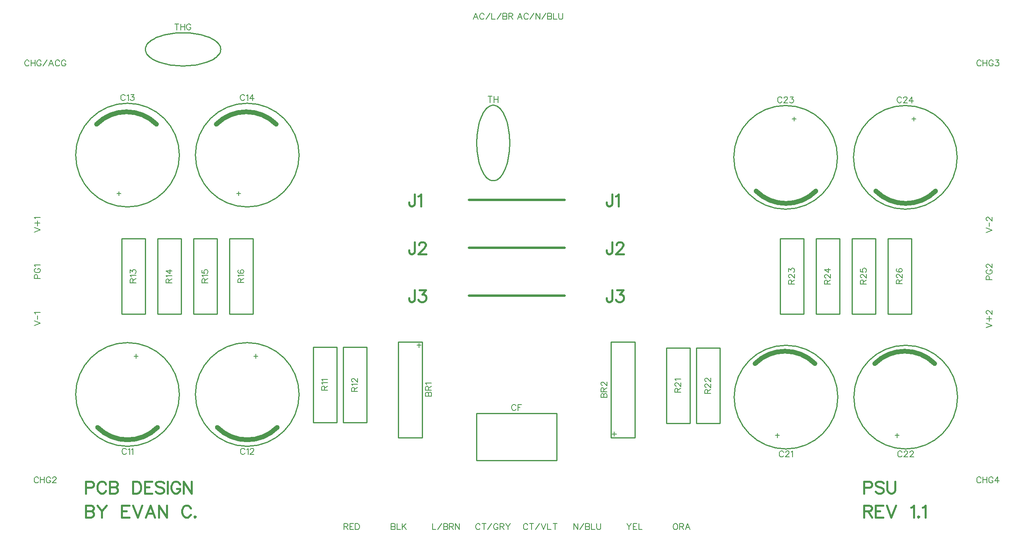
<source format=gbr>
G04 DipTrace 3.3.1.3*
G04 TopSilk.gbr*
%MOMM*%
G04 #@! TF.FileFunction,Legend,Top*
G04 #@! TF.Part,Single*
%ADD10C,0.25*%
%ADD17C,0.5*%
%ADD18C,1.0*%
%ADD40C,0.19608*%
%ADD41C,0.39216*%
%ADD42C,0.15686*%
%FSLAX35Y35*%
G04*
G71*
G90*
G75*
G01*
G04 TopSilk*
%LPD*%
X9414000Y3135500D2*
D10*
X9922005D1*
Y5167500D1*
X9414000D1*
Y3135500D1*
X14430000Y5167500D2*
X13921995D1*
Y3135500D1*
X14430000D1*
Y5167500D1*
X2567000Y4048767D2*
G02X2567000Y4048767I1100000J0D01*
G01*
X5107000D2*
G02X5107000Y4048767I1100000J0D01*
G01*
X2567000Y9128767D2*
G02X2567000Y9128767I1100000J0D01*
G01*
X5107000D2*
G02X5107000Y9128767I1100000J0D01*
G01*
X16537000Y3992500D2*
G02X16537000Y3992500I1100000J0D01*
G01*
X19077000D2*
G02X19077000Y3992500I1100000J0D01*
G01*
X16529000Y9080500D2*
G02X16529000Y9080500I1100000J0D01*
G01*
X19069000D2*
G02X19069000Y9080500I1100000J0D01*
G01*
X11072000Y3651500D2*
X12772000D1*
Y2651500D1*
X11072000D1*
Y3651500D1*
X7608000Y3454490D2*
X8108000D1*
Y5054510D1*
X7608000D1*
Y3454490D1*
X8243000D2*
X8743000D1*
Y5054510D1*
X8243000D1*
Y3454490D1*
X4044000Y7360510D2*
X3544000D1*
Y5760490D1*
X4044000D1*
Y7360510D1*
X4806000D2*
X4306000D1*
Y5760490D1*
X4806000D1*
Y7360510D1*
X5568000D2*
X5068000D1*
Y5760490D1*
X5568000D1*
Y7360510D1*
X6330000D2*
X5830000D1*
Y5760490D1*
X6330000D1*
Y7360510D1*
X15601000Y5034510D2*
X15101000D1*
Y3434490D1*
X15601000D1*
Y5034510D1*
X16236000D2*
X15736000D1*
Y3434490D1*
X16236000D1*
Y5034510D1*
X18014000Y7360510D2*
X17514000D1*
Y5760490D1*
X18014000D1*
Y7360510D1*
X18776000D2*
X18276000D1*
Y5760490D1*
X18776000D1*
Y7360510D1*
X19538000D2*
X19038000D1*
Y5760490D1*
X19538000D1*
Y7360510D1*
X20300000D2*
X19800000D1*
Y5760490D1*
X20300000D1*
Y7360510D1*
X11072000Y9389500D2*
X11072853Y9445305D1*
X11075406Y9500838D1*
X11079648Y9555829D1*
X11085558Y9610010D1*
X11093108Y9663116D1*
X11102259Y9714889D1*
X11112968Y9765077D1*
X11125183Y9813435D1*
X11138844Y9859728D1*
X11153884Y9903730D1*
X11170231Y9945227D1*
X11187804Y9984016D1*
X11206518Y10019909D1*
X11226282Y10052730D1*
X11247000Y10082320D1*
X11268570Y10108535D1*
X11290888Y10131247D1*
X11313844Y10150345D1*
X11337327Y10165737D1*
X11361223Y10177346D1*
X11385415Y10185118D1*
X11409785Y10189013D1*
X11434215D1*
X11458585Y10185118D1*
X11482777Y10177346D1*
X11506673Y10165737D1*
X11530156Y10150345D1*
X11553112Y10131247D1*
X11575430Y10108535D1*
X11597000Y10082320D1*
X11617718Y10052730D1*
X11637482Y10019909D1*
X11656196Y9984016D1*
X11673769Y9945227D1*
X11690116Y9903730D1*
X11705156Y9859728D1*
X11718817Y9813435D1*
X11731032Y9765077D1*
X11741741Y9714889D1*
X11750892Y9663116D1*
X11758442Y9610010D1*
X11764352Y9555829D1*
X11768594Y9500838D1*
X11771147Y9445305D1*
X11772000Y9389500D1*
X11771147Y9333695D1*
X11768594Y9278162D1*
X11764352Y9223171D1*
X11758442Y9168990D1*
X11750892Y9115884D1*
X11741741Y9064111D1*
X11731032Y9013923D1*
X11718817Y8965565D1*
X11705156Y8919272D1*
X11690116Y8875270D1*
X11673769Y8833773D1*
X11656196Y8794984D1*
X11637482Y8759091D1*
X11617718Y8726270D1*
X11597000Y8696680D1*
X11575430Y8670465D1*
X11553112Y8647753D1*
X11530156Y8628655D1*
X11506673Y8613263D1*
X11482777Y8601654D1*
X11458585Y8593882D1*
X11434215Y8589987D1*
X11409785D1*
X11385415Y8593882D1*
X11361223Y8601654D1*
X11337327Y8613263D1*
X11313844Y8628655D1*
X11290888Y8647753D1*
X11268570Y8670465D1*
X11247000Y8696680D1*
X11226282Y8726270D1*
X11206518Y8759091D1*
X11187804Y8794984D1*
X11170231Y8833773D1*
X11153884Y8875270D1*
X11138844Y8919272D1*
X11125183Y8965565D1*
X11112968Y9013923D1*
X11102259Y9064111D1*
X11093108Y9115884D1*
X11085558Y9168990D1*
X11079648Y9223171D1*
X11075406Y9278162D1*
X11072853Y9333695D1*
X11072000Y9389500D1*
X4040000Y11376500D2*
X4041949Y11400915D1*
X4047786Y11425211D1*
X4057482Y11449269D1*
X4070991Y11472973D1*
X4088246Y11496207D1*
X4109164Y11518858D1*
X4133642Y11540815D1*
X4161562Y11561972D1*
X4192786Y11582225D1*
X4227164Y11601476D1*
X4264528Y11619630D1*
X4304696Y11636601D1*
X4347471Y11652304D1*
X4392646Y11666663D1*
X4440000Y11679609D1*
X4489303Y11691078D1*
X4540315Y11701014D1*
X4592786Y11709370D1*
X4646462Y11716104D1*
X4701081Y11721183D1*
X4756377Y11724583D1*
X4812080Y11726287D1*
X4867920D1*
X4923623Y11724583D1*
X4978919Y11721183D1*
X5033538Y11716104D1*
X5087214Y11709370D1*
X5139685Y11701014D1*
X5190697Y11691078D1*
X5240000Y11679609D1*
X5287354Y11666663D1*
X5332529Y11652304D1*
X5375304Y11636601D1*
X5415472Y11619630D1*
X5452836Y11601476D1*
X5487214Y11582225D1*
X5518438Y11561972D1*
X5546358Y11540815D1*
X5570836Y11518858D1*
X5591754Y11496207D1*
X5609009Y11472973D1*
X5622518Y11449269D1*
X5632214Y11425211D1*
X5638051Y11400915D1*
X5640000Y11376500D1*
X5638051Y11352085D1*
X5632214Y11327789D1*
X5622518Y11303731D1*
X5609009Y11280027D1*
X5591754Y11256793D1*
X5570836Y11234142D1*
X5546358Y11212185D1*
X5518438Y11191028D1*
X5487214Y11170775D1*
X5452836Y11151524D1*
X5415472Y11133370D1*
X5375304Y11116399D1*
X5332529Y11100696D1*
X5287354Y11086337D1*
X5240000Y11073391D1*
X5190697Y11061922D1*
X5139685Y11051986D1*
X5087214Y11043630D1*
X5033538Y11036896D1*
X4978919Y11031817D1*
X4923623Y11028417D1*
X4867920Y11026713D1*
X4812080D1*
X4756377Y11028417D1*
X4701081Y11031817D1*
X4646462Y11036896D1*
X4592786Y11043630D1*
X4540315Y11051986D1*
X4489303Y11061922D1*
X4440000Y11073391D1*
X4392646Y11086337D1*
X4347471Y11100696D1*
X4304696Y11116399D1*
X4264528Y11133370D1*
X4227164Y11151524D1*
X4192786Y11170775D1*
X4161562Y11191028D1*
X4133642Y11212185D1*
X4109164Y11234142D1*
X4088246Y11256793D1*
X4070991Y11280027D1*
X4057482Y11303731D1*
X4047786Y11327789D1*
X4041949Y11352085D1*
X4040000Y11376500D1*
X10906000Y8175500D2*
D17*
X12938000D1*
X10906000Y6143500D2*
X12938000D1*
X10906000Y7159500D2*
X12938000D1*
X5572000Y3349500D2*
D18*
G03X6842000Y3349500I635000J635000D01*
G01*
X3032000D2*
G03X4302000Y3349500I635000J635000D01*
G01*
X17002000Y8366000D2*
G03X18272000Y8366000I635000J635000D01*
G01*
X19542000D2*
G03X20812000Y8366000I635000J635000D01*
G01*
X18250833Y4704167D2*
G03X16980833Y4704167I-635000J-635000D01*
G01*
X20790833D2*
G03X19520833Y4704167I-635000J-635000D01*
G01*
X4280833Y9784167D2*
G03X3010833Y9784167I-635000J-635000D01*
G01*
X6820833D2*
G03X5550833Y9784167I-635000J-635000D01*
G01*
X11100865Y12009877D2*
D40*
X11052152Y12137487D1*
X11003579Y12009877D1*
X11021829Y12052414D2*
X11082615D1*
X11231191Y12107164D2*
X11225154Y12119237D1*
X11212941Y12131450D1*
X11200868Y12137487D1*
X11176581D1*
X11164368Y12131450D1*
X11152295Y12119237D1*
X11146118Y12107164D1*
X11140081Y12088914D1*
Y12058450D1*
X11146118Y12040340D1*
X11152295Y12028127D1*
X11164368Y12016054D1*
X11176581Y12009877D1*
X11200868D1*
X11212941Y12016054D1*
X11225154Y12028127D1*
X11231191Y12040340D1*
X11270406Y12009877D2*
X11355480Y12137346D1*
X11394695Y12137487D2*
Y12009877D1*
X11467555D1*
X11506770D2*
X11591844Y12137346D1*
X11631059Y12137487D2*
Y12009877D1*
X11685809D1*
X11704059Y12016054D1*
X11710096Y12022090D1*
X11716132Y12034164D1*
Y12052414D1*
X11710096Y12064627D1*
X11704059Y12070664D1*
X11685809Y12076700D1*
X11704059Y12082877D1*
X11710096Y12088914D1*
X11716132Y12100987D1*
Y12113200D1*
X11710096Y12125273D1*
X11704059Y12131450D1*
X11685809Y12137487D1*
X11631059D1*
Y12076700D2*
X11685809D1*
X11755348D2*
X11809958D1*
X11828208Y12082877D1*
X11834385Y12088914D1*
X11840421Y12100987D1*
Y12113200D1*
X11834385Y12125273D1*
X11828208Y12131450D1*
X11809958Y12137487D1*
X11755348D1*
Y12009877D1*
X11797885Y12076700D2*
X11840421Y12009877D1*
X12038721D2*
X11990008Y12137487D1*
X11941435Y12009877D1*
X11959685Y12052414D2*
X12020471D1*
X12169046Y12107164D2*
X12163010Y12119237D1*
X12150796Y12131450D1*
X12138723Y12137487D1*
X12114437D1*
X12102223Y12131450D1*
X12090150Y12119237D1*
X12083973Y12107164D1*
X12077937Y12088914D1*
Y12058450D1*
X12083973Y12040340D1*
X12090150Y12028127D1*
X12102223Y12016054D1*
X12114437Y12009877D1*
X12138723D1*
X12150796Y12016054D1*
X12163010Y12028127D1*
X12169046Y12040340D1*
X12208262Y12009877D2*
X12293335Y12137346D1*
X12417624Y12137487D2*
Y12009877D1*
X12332551Y12137487D1*
Y12009877D1*
X12456840D2*
X12541913Y12137346D1*
X12581128Y12137487D2*
Y12009877D1*
X12635878D1*
X12654128Y12016054D1*
X12660165Y12022090D1*
X12666201Y12034164D1*
Y12052414D1*
X12660165Y12064627D1*
X12654128Y12070664D1*
X12635878Y12076700D1*
X12654128Y12082877D1*
X12660165Y12088914D1*
X12666201Y12100987D1*
Y12113200D1*
X12660165Y12125273D1*
X12654128Y12131450D1*
X12635878Y12137487D1*
X12581128D1*
Y12076700D2*
X12635878D1*
X12705417Y12137487D2*
Y12009877D1*
X12778277D1*
X12817492Y12137487D2*
Y12046377D1*
X12823529Y12028127D1*
X12835742Y12016054D1*
X12853992Y12009877D1*
X12866065D1*
X12884315Y12016054D1*
X12896529Y12028127D1*
X12902565Y12046377D1*
Y12137487D1*
X9261281Y1308425D2*
Y1180815D1*
X9316031D1*
X9334281Y1186992D1*
X9340318Y1193029D1*
X9346355Y1205102D1*
Y1223352D1*
X9340318Y1235565D1*
X9334281Y1241602D1*
X9316031Y1247638D1*
X9334281Y1253815D1*
X9340318Y1259852D1*
X9346355Y1271925D1*
Y1284138D1*
X9340318Y1296211D1*
X9334281Y1302388D1*
X9316031Y1308425D1*
X9261281D1*
Y1247638D2*
X9316031D1*
X9385570Y1308425D2*
Y1180815D1*
X9458430D1*
X9497645Y1308425D2*
Y1180815D1*
X9582719Y1308425D2*
X9497645Y1223352D1*
X9527969Y1253815D2*
X9582719Y1180815D1*
X9989575Y4011980D2*
X10117185D1*
Y4066730D1*
X10111008Y4084980D1*
X10104971Y4091016D1*
X10092898Y4097053D1*
X10074648D1*
X10062435Y4091016D1*
X10056398Y4084980D1*
X10050362Y4066730D1*
X10044185Y4084980D1*
X10038148Y4091016D1*
X10026075Y4097053D1*
X10013862D1*
X10001789Y4091016D1*
X9995612Y4084980D1*
X9989575Y4066730D1*
Y4011980D1*
X10050362D2*
Y4066730D1*
Y4136268D2*
Y4190878D1*
X10044185Y4209128D1*
X10038148Y4215305D1*
X10026075Y4221341D1*
X10013862D1*
X10001789Y4215305D1*
X9995612Y4209128D1*
X9989575Y4190878D1*
Y4136268D1*
X10117185D1*
X10050362Y4178805D2*
X10117185Y4221341D1*
X10014002Y4260557D2*
X10007825Y4272771D1*
X9989716Y4291021D1*
X10117185D1*
X13711513Y3984675D2*
X13839123D1*
Y4039425D1*
X13832946Y4057675D1*
X13826910Y4063711D1*
X13814837Y4069748D1*
X13796587D1*
X13784373Y4063711D1*
X13778337Y4057675D1*
X13772300Y4039425D1*
X13766123Y4057675D1*
X13760087Y4063711D1*
X13748014Y4069748D1*
X13735800D1*
X13723727Y4063712D1*
X13717550Y4057675D1*
X13711513Y4039425D1*
Y3984675D1*
X13772300D2*
Y4039425D1*
Y4108964D2*
Y4163573D1*
X13766123Y4181823D1*
X13760087Y4188000D1*
X13748014Y4194037D1*
X13735800D1*
X13723727Y4188000D1*
X13717550Y4181823D1*
X13711514Y4163573D1*
Y4108964D1*
X13839123D1*
X13772300Y4151500D2*
X13839123Y4194037D1*
X13741977Y4239429D2*
X13735940D1*
X13723727Y4245466D1*
X13717690Y4251502D1*
X13711654Y4263716D1*
Y4288002D1*
X13717690Y4300075D1*
X13723727Y4306112D1*
X13735940Y4312289D1*
X13748014D1*
X13760227Y4306112D1*
X13778337Y4294039D1*
X13839123Y4233252D1*
Y4318325D1*
X3642876Y2875369D2*
X3636839Y2887442D1*
X3624626Y2899655D1*
X3612553Y2905692D1*
X3588266D1*
X3576053Y2899655D1*
X3563980Y2887442D1*
X3557803Y2875369D1*
X3551766Y2857119D1*
Y2826655D1*
X3557803Y2808545D1*
X3563980Y2796332D1*
X3576053Y2784259D1*
X3588266Y2778082D1*
X3612553D1*
X3624626Y2784259D1*
X3636839Y2796332D1*
X3642876Y2808545D1*
X3682091Y2881265D2*
X3694305Y2887442D1*
X3712555Y2905551D1*
Y2778082D1*
X3751770Y2881265D2*
X3763984Y2887442D1*
X3782234Y2905551D1*
Y2778082D1*
X6155571Y2875369D2*
X6149534Y2887442D1*
X6137321Y2899655D1*
X6125248Y2905692D1*
X6100961D1*
X6088748Y2899655D1*
X6076675Y2887442D1*
X6070498Y2875369D1*
X6064461Y2857119D1*
Y2826655D1*
X6070498Y2808545D1*
X6076675Y2796332D1*
X6088748Y2784259D1*
X6100961Y2778082D1*
X6125248D1*
X6137321Y2784259D1*
X6149534Y2796332D1*
X6155571Y2808545D1*
X6194787Y2881265D2*
X6207000Y2887442D1*
X6225250Y2905551D1*
Y2778082D1*
X6270643Y2875228D2*
Y2881265D1*
X6276679Y2893478D1*
X6282716Y2899515D1*
X6294929Y2905551D1*
X6319216D1*
X6331289Y2899515D1*
X6337325Y2893478D1*
X6343502Y2881265D1*
Y2869192D1*
X6337325Y2856978D1*
X6325252Y2838869D1*
X6264466Y2778082D1*
X6349539D1*
X3615571Y10384430D2*
X3609534Y10396503D1*
X3597321Y10408717D1*
X3585248Y10414753D1*
X3560961D1*
X3548748Y10408717D1*
X3536675Y10396503D1*
X3530498Y10384430D1*
X3524461Y10366180D1*
Y10335717D1*
X3530498Y10317607D1*
X3536675Y10305394D1*
X3548748Y10293321D1*
X3560961Y10287144D1*
X3585248D1*
X3597321Y10293321D1*
X3609534Y10305394D1*
X3615571Y10317607D1*
X3654787Y10390326D2*
X3667000Y10396503D1*
X3685250Y10414613D1*
Y10287144D1*
X3736679Y10414613D2*
X3803362D1*
X3767002Y10366040D1*
X3785252D1*
X3797325Y10360003D1*
X3803362Y10353967D1*
X3809539Y10335717D1*
Y10323644D1*
X3803362Y10305394D1*
X3791289Y10293180D1*
X3773039Y10287144D1*
X3754789D1*
X3736679Y10293180D1*
X3730643Y10299357D1*
X3724466Y10311430D1*
X6152553Y10384430D2*
X6146516Y10396503D1*
X6134303Y10408717D1*
X6122230Y10414753D1*
X6097943D1*
X6085730Y10408717D1*
X6073656Y10396503D1*
X6067480Y10384430D1*
X6061443Y10366180D1*
Y10335717D1*
X6067480Y10317607D1*
X6073656Y10305394D1*
X6085730Y10293321D1*
X6097943Y10287144D1*
X6122230D1*
X6134303Y10293321D1*
X6146516Y10305394D1*
X6152553Y10317607D1*
X6191768Y10390326D2*
X6203982Y10396503D1*
X6222232Y10414613D1*
Y10287144D1*
X6322234D2*
Y10414613D1*
X6261447Y10329680D1*
X6352557D1*
X17585571Y2819102D2*
X17579534Y2831175D1*
X17567321Y2843388D1*
X17555248Y2849425D1*
X17530961D1*
X17518748Y2843388D1*
X17506675Y2831175D1*
X17500498Y2819102D1*
X17494461Y2800852D1*
Y2770388D1*
X17500498Y2752279D1*
X17506675Y2740065D1*
X17518748Y2727992D1*
X17530961Y2721815D1*
X17555248D1*
X17567321Y2727992D1*
X17579534Y2740065D1*
X17585571Y2752279D1*
X17630963Y2818961D2*
Y2824998D1*
X17637000Y2837211D1*
X17643037Y2843248D1*
X17655250Y2849285D1*
X17679537D1*
X17691610Y2843248D1*
X17697646Y2837211D1*
X17703823Y2824998D1*
Y2812925D1*
X17697646Y2800711D1*
X17685573Y2782602D1*
X17624787Y2721815D1*
X17709860D1*
X17749075Y2824998D2*
X17761289Y2831175D1*
X17779539Y2849285D1*
Y2721815D1*
X20098266Y2819102D2*
X20092230Y2831175D1*
X20080016Y2843388D1*
X20067943Y2849425D1*
X20043656D1*
X20031443Y2843388D1*
X20019370Y2831175D1*
X20013193Y2819102D1*
X20007156Y2800852D1*
Y2770388D1*
X20013193Y2752279D1*
X20019370Y2740065D1*
X20031443Y2727992D1*
X20043656Y2721815D1*
X20067943D1*
X20080016Y2727992D1*
X20092230Y2740065D1*
X20098266Y2752279D1*
X20143659Y2818961D2*
Y2824998D1*
X20149695Y2837211D1*
X20155732Y2843248D1*
X20167945Y2849285D1*
X20192232D1*
X20204305Y2843248D1*
X20210341Y2837211D1*
X20216518Y2824998D1*
Y2812925D1*
X20210341Y2800711D1*
X20198268Y2782602D1*
X20137482Y2721815D1*
X20222555D1*
X20267947Y2818961D2*
Y2824998D1*
X20273984Y2837211D1*
X20280020Y2843248D1*
X20292234Y2849285D1*
X20316520D1*
X20328594Y2843248D1*
X20334630Y2837211D1*
X20340807Y2824998D1*
Y2812925D1*
X20334630Y2800711D1*
X20322557Y2782602D1*
X20261770Y2721815D1*
X20346844D1*
X17550266Y10336164D2*
X17544230Y10348237D1*
X17532016Y10360450D1*
X17519943Y10366487D1*
X17495656D1*
X17483443Y10360450D1*
X17471370Y10348237D1*
X17465193Y10336164D1*
X17459156Y10317914D1*
Y10287450D1*
X17465193Y10269340D1*
X17471370Y10257127D1*
X17483443Y10245054D1*
X17495656Y10238877D1*
X17519943D1*
X17532016Y10245054D1*
X17544230Y10257127D1*
X17550266Y10269340D1*
X17595659Y10336023D2*
Y10342060D1*
X17601695Y10354273D1*
X17607732Y10360310D1*
X17619945Y10366346D1*
X17644232D1*
X17656305Y10360310D1*
X17662341Y10354273D1*
X17668518Y10342060D1*
Y10329987D1*
X17662341Y10317773D1*
X17650268Y10299664D1*
X17589482Y10238877D1*
X17674555D1*
X17725984Y10366346D2*
X17792667D1*
X17756307Y10317773D1*
X17774557D1*
X17786630Y10311737D1*
X17792667Y10305700D1*
X17798844Y10287450D1*
Y10275377D1*
X17792667Y10257127D1*
X17780594Y10244914D1*
X17762344Y10238877D1*
X17744094D1*
X17725984Y10244914D1*
X17719947Y10251090D1*
X17713770Y10263164D1*
X20087248Y10336164D2*
X20081211Y10348237D1*
X20068998Y10360450D1*
X20056925Y10366487D1*
X20032638D1*
X20020425Y10360450D1*
X20008352Y10348237D1*
X20002175Y10336164D1*
X19996138Y10317914D1*
Y10287450D1*
X20002175Y10269340D1*
X20008352Y10257127D1*
X20020425Y10245054D1*
X20032638Y10238877D1*
X20056925D1*
X20068998Y10245054D1*
X20081211Y10257127D1*
X20087248Y10269340D1*
X20132640Y10336023D2*
Y10342060D1*
X20138677Y10354273D1*
X20144713Y10360310D1*
X20156927Y10366346D1*
X20181213D1*
X20193287Y10360310D1*
X20199323Y10354273D1*
X20205500Y10342060D1*
Y10329987D1*
X20199323Y10317773D1*
X20187250Y10299664D1*
X20126463Y10238877D1*
X20211537D1*
X20311539D2*
Y10366346D1*
X20250752Y10281414D1*
X20341862D1*
X11908429Y3807164D2*
X11902392Y3819237D1*
X11890179Y3831450D1*
X11878106Y3837487D1*
X11853819D1*
X11841606Y3831450D1*
X11829533Y3819237D1*
X11823356Y3807164D1*
X11817319Y3788914D1*
Y3758450D1*
X11823356Y3740340D1*
X11829533Y3728127D1*
X11841606Y3716054D1*
X11853819Y3709877D1*
X11878106D1*
X11890179Y3716054D1*
X11902392Y3728127D1*
X11908429Y3740340D1*
X12026681Y3837487D2*
X11947644D1*
Y3709877D1*
Y3776700D2*
X11996217D1*
X1579527Y11116162D2*
X1573490Y11128235D1*
X1561277Y11140448D1*
X1549204Y11146485D1*
X1524917D1*
X1512704Y11140448D1*
X1500631Y11128235D1*
X1494454Y11116162D1*
X1488417Y11097912D1*
Y11067448D1*
X1494454Y11049339D1*
X1500631Y11037125D1*
X1512704Y11025052D1*
X1524917Y11018875D1*
X1549204D1*
X1561277Y11025052D1*
X1573490Y11037125D1*
X1579527Y11049339D1*
X1618743Y11146485D2*
Y11018875D1*
X1703816Y11146485D2*
Y11018875D1*
X1618743Y11085698D2*
X1703816D1*
X1834141Y11116162D2*
X1828105Y11128235D1*
X1815891Y11140448D1*
X1803818Y11146485D1*
X1779531D1*
X1767318Y11140448D1*
X1755245Y11128235D1*
X1749068Y11116162D1*
X1743031Y11097912D1*
Y11067448D1*
X1749068Y11049339D1*
X1755245Y11037125D1*
X1767318Y11025052D1*
X1779531Y11018875D1*
X1803818D1*
X1815891Y11025052D1*
X1828105Y11037125D1*
X1834141Y11049339D1*
Y11067448D1*
X1803818D1*
X1873357Y11018875D2*
X1958430Y11146345D1*
X2094932Y11018875D2*
X2046219Y11146485D1*
X1997645Y11018875D1*
X2015895Y11061412D2*
X2076682D1*
X2225257Y11116162D2*
X2219221Y11128235D1*
X2207007Y11140448D1*
X2194934Y11146485D1*
X2170648D1*
X2158434Y11140448D1*
X2146361Y11128235D1*
X2140184Y11116162D1*
X2134148Y11097912D1*
Y11067448D1*
X2140184Y11049339D1*
X2146361Y11037125D1*
X2158434Y11025052D1*
X2170648Y11018875D1*
X2194934D1*
X2207007Y11025052D1*
X2219221Y11037125D1*
X2225257Y11049339D1*
X2355583Y11116162D2*
X2349546Y11128235D1*
X2337333Y11140448D1*
X2325260Y11146485D1*
X2300973D1*
X2288760Y11140448D1*
X2276686Y11128235D1*
X2270510Y11116162D1*
X2264473Y11097912D1*
Y11067448D1*
X2270510Y11049339D1*
X2276686Y11037125D1*
X2288760Y11025052D1*
X2300973Y11018875D1*
X2325260D1*
X2337333Y11025052D1*
X2349546Y11037125D1*
X2355583Y11049339D1*
Y11067448D1*
X2325260D1*
X1778103Y2269104D2*
X1772067Y2281177D1*
X1759853Y2293390D1*
X1747780Y2299427D1*
X1723494D1*
X1711280Y2293390D1*
X1699207Y2281177D1*
X1693030Y2269104D1*
X1686994Y2250854D1*
Y2220390D1*
X1693030Y2202280D1*
X1699207Y2190067D1*
X1711280Y2177994D1*
X1723494Y2171817D1*
X1747780D1*
X1759853Y2177994D1*
X1772067Y2190067D1*
X1778103Y2202280D1*
X1817319Y2299427D2*
Y2171817D1*
X1902392Y2299427D2*
Y2171817D1*
X1817319Y2238640D2*
X1902392D1*
X2032717Y2269104D2*
X2026681Y2281177D1*
X2014467Y2293390D1*
X2002394Y2299427D1*
X1978108D1*
X1965894Y2293390D1*
X1953821Y2281177D1*
X1947644Y2269104D1*
X1941608Y2250854D1*
Y2220390D1*
X1947644Y2202280D1*
X1953821Y2190067D1*
X1965894Y2177994D1*
X1978108Y2171817D1*
X2002394D1*
X2014467Y2177994D1*
X2026681Y2190067D1*
X2032717Y2202280D1*
Y2220390D1*
X2002394D1*
X2078110Y2268963D2*
Y2275000D1*
X2084147Y2287213D1*
X2090183Y2293250D1*
X2102397Y2299286D1*
X2126683D1*
X2138756Y2293250D1*
X2144793Y2287213D1*
X2150970Y2275000D1*
Y2262927D1*
X2144793Y2250713D1*
X2132720Y2232604D1*
X2071933Y2171817D1*
X2157006D1*
X21778103Y11116162D2*
X21772067Y11128235D1*
X21759853Y11140448D1*
X21747780Y11146485D1*
X21723494D1*
X21711280Y11140448D1*
X21699207Y11128235D1*
X21693030Y11116162D1*
X21686994Y11097912D1*
Y11067448D1*
X21693030Y11049339D1*
X21699207Y11037125D1*
X21711280Y11025052D1*
X21723494Y11018875D1*
X21747780D1*
X21759853Y11025052D1*
X21772067Y11037125D1*
X21778103Y11049339D1*
X21817319Y11146485D2*
Y11018875D1*
X21902392Y11146485D2*
Y11018875D1*
X21817319Y11085698D2*
X21902392D1*
X22032717Y11116162D2*
X22026681Y11128235D1*
X22014467Y11140448D1*
X22002394Y11146485D1*
X21978108D1*
X21965894Y11140448D1*
X21953821Y11128235D1*
X21947644Y11116162D1*
X21941608Y11097912D1*
Y11067448D1*
X21947644Y11049339D1*
X21953821Y11037125D1*
X21965894Y11025052D1*
X21978108Y11018875D1*
X22002394D1*
X22014467Y11025052D1*
X22026681Y11037125D1*
X22032717Y11049339D1*
Y11067448D1*
X22002394D1*
X22084147Y11146345D2*
X22150829D1*
X22114470Y11097771D1*
X22132720D1*
X22144793Y11091735D1*
X22150829Y11085698D1*
X22157006Y11067448D1*
Y11055375D1*
X22150829Y11037125D1*
X22138756Y11024912D1*
X22120506Y11018875D1*
X22102256D1*
X22084147Y11024912D1*
X22078110Y11031089D1*
X22071933Y11043162D1*
X21775085Y2269104D2*
X21769049Y2281177D1*
X21756835Y2293390D1*
X21744762Y2299427D1*
X21720476D1*
X21708262Y2293390D1*
X21696189Y2281177D1*
X21690012Y2269104D1*
X21683976Y2250854D1*
Y2220390D1*
X21690012Y2202280D1*
X21696189Y2190067D1*
X21708262Y2177994D1*
X21720476Y2171817D1*
X21744762D1*
X21756835Y2177994D1*
X21769049Y2190067D1*
X21775085Y2202280D1*
X21814301Y2299427D2*
Y2171817D1*
X21899374Y2299427D2*
Y2171817D1*
X21814301Y2238640D2*
X21899374D1*
X22029699Y2269104D2*
X22023663Y2281177D1*
X22011449Y2293390D1*
X21999376Y2299427D1*
X21975090D1*
X21962876Y2293390D1*
X21950803Y2281177D1*
X21944626Y2269104D1*
X21938590Y2250854D1*
Y2220390D1*
X21944626Y2202280D1*
X21950803Y2190067D1*
X21962876Y2177994D1*
X21975090Y2171817D1*
X21999376D1*
X22011449Y2177994D1*
X22023663Y2190067D1*
X22029699Y2202280D1*
Y2220390D1*
X21999376D1*
X22129701Y2171817D2*
Y2299286D1*
X22068915Y2214354D1*
X22160024D1*
X11147778Y1278102D2*
X11141742Y1290175D1*
X11129528Y1302388D1*
X11117455Y1308425D1*
X11093168D1*
X11080955Y1302388D1*
X11068882Y1290175D1*
X11062705Y1278102D1*
X11056668Y1259852D1*
Y1229388D1*
X11062705Y1211279D1*
X11068882Y1199065D1*
X11080955Y1186992D1*
X11093168Y1180815D1*
X11117455D1*
X11129528Y1186992D1*
X11141742Y1199065D1*
X11147778Y1211279D1*
X11229530Y1308425D2*
Y1180815D1*
X11186994Y1308425D2*
X11272067D1*
X11311283Y1180815D2*
X11396356Y1308285D1*
X11526681Y1278102D2*
X11520644Y1290175D1*
X11508431Y1302388D1*
X11496358Y1308425D1*
X11472071D1*
X11459858Y1302388D1*
X11447785Y1290175D1*
X11441608Y1278102D1*
X11435571Y1259852D1*
Y1229388D1*
X11441608Y1211279D1*
X11447785Y1199065D1*
X11459858Y1186992D1*
X11472071Y1180815D1*
X11496358D1*
X11508431Y1186992D1*
X11520644Y1199065D1*
X11526681Y1211279D1*
Y1229388D1*
X11496358D1*
X11565897Y1247638D2*
X11620506D1*
X11638756Y1253815D1*
X11644933Y1259852D1*
X11650970Y1271925D1*
Y1284138D1*
X11644933Y1296211D1*
X11638756Y1302388D1*
X11620506Y1308425D1*
X11565897D1*
Y1180815D1*
X11608433Y1247638D2*
X11650970Y1180815D1*
X11690185Y1308425D2*
X11738758Y1247638D1*
Y1180815D1*
X11787332Y1308425D2*
X11738758Y1247638D1*
X12156903Y1278102D2*
X12150867Y1290175D1*
X12138653Y1302388D1*
X12126580Y1308425D1*
X12102293D1*
X12090080Y1302388D1*
X12078007Y1290175D1*
X12071830Y1278102D1*
X12065793Y1259852D1*
Y1229388D1*
X12071830Y1211279D1*
X12078007Y1199065D1*
X12090080Y1186992D1*
X12102293Y1180815D1*
X12126580D1*
X12138653Y1186992D1*
X12150867Y1199065D1*
X12156903Y1211279D1*
X12238655Y1308425D2*
Y1180815D1*
X12196119Y1308425D2*
X12281192D1*
X12320408Y1180815D2*
X12405481Y1308285D1*
X12444696Y1308425D2*
X12493269Y1180815D1*
X12541842Y1308425D1*
X12581058D2*
Y1180815D1*
X12653918D1*
X12735670Y1308425D2*
Y1180815D1*
X12693133Y1308425D2*
X12778207D1*
X10136993D2*
Y1180815D1*
X10209852D1*
X10249068D2*
X10334141Y1308285D1*
X10373357Y1308425D2*
Y1180815D1*
X10428107D1*
X10446357Y1186992D1*
X10452393Y1193029D1*
X10458430Y1205102D1*
Y1223352D1*
X10452393Y1235565D1*
X10446357Y1241602D1*
X10428107Y1247638D1*
X10446357Y1253815D1*
X10452393Y1259852D1*
X10458430Y1271925D1*
Y1284138D1*
X10452393Y1296211D1*
X10446357Y1302388D1*
X10428107Y1308425D1*
X10373357D1*
Y1247638D2*
X10428107D1*
X10497645D2*
X10552255D1*
X10570505Y1253815D1*
X10576682Y1259852D1*
X10582719Y1271925D1*
Y1284138D1*
X10576682Y1296211D1*
X10570505Y1302388D1*
X10552255Y1308425D1*
X10497645D1*
Y1180815D1*
X10540182Y1247638D2*
X10582719Y1180815D1*
X10707007Y1308425D2*
Y1180815D1*
X10621934Y1308425D1*
Y1180815D1*
X13222066Y1308425D2*
Y1180815D1*
X13136993Y1308425D1*
Y1180815D1*
X13261281D2*
X13346355Y1308285D1*
X13385570Y1308425D2*
Y1180815D1*
X13440320D1*
X13458570Y1186992D1*
X13464607Y1193029D1*
X13470643Y1205102D1*
Y1223352D1*
X13464607Y1235565D1*
X13458570Y1241602D1*
X13440320Y1247638D1*
X13458570Y1253815D1*
X13464607Y1259852D1*
X13470643Y1271925D1*
Y1284138D1*
X13464607Y1296211D1*
X13458570Y1302388D1*
X13440320Y1308425D1*
X13385570D1*
Y1247638D2*
X13440320D1*
X13509859Y1308425D2*
Y1180815D1*
X13582719D1*
X13621934Y1308425D2*
Y1217315D1*
X13627971Y1199065D1*
X13640184Y1186992D1*
X13658434Y1180815D1*
X13670507D1*
X13688757Y1186992D1*
X13700971Y1199065D1*
X13707007Y1217315D1*
Y1308425D1*
X15279531D2*
X15267318Y1302388D1*
X15255245Y1290175D1*
X15249068Y1278102D1*
X15243031Y1259852D1*
Y1229388D1*
X15249068Y1211279D1*
X15255245Y1199065D1*
X15267318Y1186992D1*
X15279531Y1180815D1*
X15303818D1*
X15315891Y1186992D1*
X15328105Y1199065D1*
X15334141Y1211279D1*
X15340178Y1229388D1*
Y1259852D1*
X15334141Y1278102D1*
X15328105Y1290175D1*
X15315891Y1302388D1*
X15303818Y1308425D1*
X15279531D1*
X15379393Y1247638D2*
X15434003D1*
X15452253Y1253815D1*
X15458430Y1259852D1*
X15464466Y1271925D1*
Y1284138D1*
X15458430Y1296211D1*
X15452253Y1302388D1*
X15434003Y1308425D1*
X15379393D1*
Y1180815D1*
X15421930Y1247638D2*
X15464466Y1180815D1*
X15600969D2*
X15552255Y1308425D1*
X15503682Y1180815D1*
X15521932Y1223352D2*
X15582719D1*
X1756836Y6508962D2*
X1756837Y6563712D1*
X1750800Y6581821D1*
X1744623Y6587998D1*
X1732550Y6594035D1*
X1714300D1*
X1702227Y6587998D1*
X1696050Y6581821D1*
X1690013Y6563712D1*
Y6508962D1*
X1817623D1*
X1720337Y6724360D2*
X1708264Y6718323D1*
X1696050Y6706110D1*
X1690014Y6694037D1*
Y6669750D1*
X1696050Y6657537D1*
X1708264Y6645464D1*
X1720337Y6639287D1*
X1738587Y6633250D1*
X1769050D1*
X1787160Y6639287D1*
X1799373Y6645464D1*
X1811446Y6657537D1*
X1817623Y6669750D1*
Y6694037D1*
X1811446Y6706110D1*
X1799373Y6718323D1*
X1787160Y6724360D1*
X1769050D1*
Y6694037D1*
X1714440Y6763575D2*
X1708264Y6775789D1*
X1690154Y6794039D1*
X1817623D1*
X21950898Y6481657D2*
Y6536407D1*
X21944862Y6554516D1*
X21938685Y6560693D1*
X21926612Y6566730D1*
X21908362D1*
X21896289Y6560693D1*
X21890112Y6554516D1*
X21884075Y6536407D1*
Y6481657D1*
X22011685D1*
X21914398Y6697055D2*
X21902325Y6691018D1*
X21890112Y6678805D1*
X21884075Y6666732D1*
Y6642445D1*
X21890112Y6630232D1*
X21902325Y6618159D1*
X21914398Y6611982D1*
X21932648Y6605945D1*
X21963112D1*
X21981221Y6611982D1*
X21993435Y6618159D1*
X22005508Y6630232D1*
X22011685Y6642445D1*
Y6666732D1*
X22005508Y6678805D1*
X21993435Y6691018D1*
X21981221Y6697055D1*
X21963112D1*
Y6666732D1*
X21914539Y6742447D2*
X21908502Y6742448D1*
X21896289Y6748484D1*
X21890252Y6754521D1*
X21884216Y6766734D1*
Y6791021D1*
X21890252Y6803094D1*
X21896289Y6809130D1*
X21908502Y6815307D1*
X21920575D1*
X21932789Y6809130D1*
X21950898Y6797057D1*
X22011685Y6736271D1*
Y6821344D1*
X7847331Y4142285D2*
Y4196894D1*
X7841154Y4215144D1*
X7835117Y4221321D1*
X7823044Y4227358D1*
X7810831D1*
X7798758Y4221321D1*
X7792581Y4215144D1*
X7786544Y4196894D1*
Y4142285D1*
X7914154D1*
X7847331Y4184821D2*
X7914154Y4227357D1*
X7810971Y4266573D2*
X7804794Y4278787D1*
X7786685Y4297037D1*
X7914154D1*
X7810971Y4336252D2*
X7804794Y4348466D1*
X7786685Y4366716D1*
X7914154D1*
X8482331Y4114980D2*
Y4169589D1*
X8476154Y4187839D1*
X8470117Y4194016D1*
X8458044Y4200053D1*
X8445831D1*
X8433758Y4194016D1*
X8427581Y4187839D1*
X8421544Y4169589D1*
Y4114980D1*
X8549154D1*
X8482331Y4157516D2*
X8549154Y4200053D1*
X8445971Y4239268D2*
X8439794Y4251482D1*
X8421685Y4269732D1*
X8549154D1*
X8452008Y4315124D2*
X8445971D1*
X8433758Y4321161D1*
X8427721Y4327198D1*
X8421685Y4339411D1*
Y4363698D1*
X8427721Y4375771D1*
X8433758Y4381807D1*
X8445971Y4387984D1*
X8458044D1*
X8470258Y4381807D1*
X8488367Y4369734D1*
X8549154Y4308947D1*
Y4394021D1*
X3783331Y6420980D2*
Y6475589D1*
X3777154Y6493839D1*
X3771117Y6500016D1*
X3759044Y6506053D1*
X3746831D1*
X3734758Y6500016D1*
X3728581Y6493839D1*
X3722544Y6475589D1*
Y6420980D1*
X3850154D1*
X3783331Y6463516D2*
X3850154Y6506053D1*
X3746971Y6545268D2*
X3740794Y6557482D1*
X3722685Y6575732D1*
X3850154D1*
X3722685Y6627161D2*
Y6693844D1*
X3771258Y6657484D1*
Y6675734D1*
X3777294Y6687807D1*
X3783331Y6693844D1*
X3801581Y6700021D1*
X3813654D1*
X3831904Y6693844D1*
X3844117Y6681771D1*
X3850154Y6663521D1*
Y6645271D1*
X3844117Y6627161D1*
X3837940Y6621124D1*
X3825867Y6614947D1*
X4545331Y6417962D2*
Y6472571D1*
X4539154Y6490821D1*
X4533117Y6496998D1*
X4521044Y6503035D1*
X4508831D1*
X4496758Y6496998D1*
X4490581Y6490821D1*
X4484544Y6472571D1*
Y6417962D1*
X4612154D1*
X4545331Y6460498D2*
X4612154Y6503034D1*
X4508971Y6542250D2*
X4502794Y6554464D1*
X4484685Y6572714D1*
X4612154Y6572713D1*
Y6672716D2*
X4484685D1*
X4569617Y6611929D1*
Y6703039D1*
X5307331Y6420980D2*
Y6475589D1*
X5301154Y6493839D1*
X5295117Y6500016D1*
X5283044Y6506053D1*
X5270831D1*
X5258758Y6500016D1*
X5252581Y6493839D1*
X5246544Y6475589D1*
Y6420980D1*
X5374154D1*
X5307331Y6463516D2*
X5374154Y6506053D1*
X5270971Y6545268D2*
X5264794Y6557482D1*
X5246685Y6575732D1*
X5374154D1*
X5246685Y6687807D2*
Y6627161D1*
X5301294Y6621124D1*
X5295258Y6627161D1*
X5289081Y6645411D1*
Y6663521D1*
X5295258Y6681771D1*
X5307331Y6693984D1*
X5325581Y6700021D1*
X5337654D1*
X5355904Y6693984D1*
X5368117Y6681771D1*
X5374154Y6663521D1*
Y6645411D1*
X5368117Y6627161D1*
X5361940Y6621124D1*
X5349867Y6614947D1*
X6069331Y6424068D2*
Y6478678D1*
X6063154Y6496928D1*
X6057117Y6503105D1*
X6045044Y6509141D1*
X6032831D1*
X6020758Y6503105D1*
X6014581Y6496928D1*
X6008544Y6478678D1*
Y6424068D1*
X6136154D1*
X6069331Y6466605D2*
X6136154Y6509141D1*
X6032971Y6548357D2*
X6026794Y6560570D1*
X6008685Y6578820D1*
X6136154D1*
X6026794Y6690896D2*
X6014721Y6684859D1*
X6008685Y6666609D1*
Y6654536D1*
X6014721Y6636286D1*
X6032971Y6624073D1*
X6063294Y6618036D1*
X6093617D1*
X6117904Y6624072D1*
X6130117Y6636286D1*
X6136154Y6654536D1*
Y6660572D1*
X6130117Y6678682D1*
X6117904Y6690896D1*
X6099654Y6696932D1*
X6093617D1*
X6075367Y6690896D1*
X6063294Y6678682D1*
X6057258Y6660572D1*
Y6654536D1*
X6063294Y6636286D1*
X6075367Y6624072D1*
X6093617Y6618036D1*
X15340331Y4094980D2*
Y4149589D1*
X15334154Y4167839D1*
X15328117Y4174016D1*
X15316044Y4180053D1*
X15303831D1*
X15291758Y4174016D1*
X15285581Y4167839D1*
X15279544Y4149589D1*
Y4094980D1*
X15407154D1*
X15340331Y4137516D2*
X15407154Y4180053D1*
X15310008Y4225445D2*
X15303971D1*
X15291758Y4231482D1*
X15285721Y4237518D1*
X15279685Y4249732D1*
Y4274018D1*
X15285721Y4286091D1*
X15291758Y4292128D1*
X15303971Y4298305D1*
X15316044D1*
X15328258Y4292128D1*
X15346367Y4280055D1*
X15407154Y4219268D1*
Y4304341D1*
X15303971Y4343557D2*
X15297794Y4355771D1*
X15279685Y4374021D1*
X15407154D1*
X15975331Y4067675D2*
Y4122285D1*
X15969154Y4140535D1*
X15963117Y4146711D1*
X15951044Y4152748D1*
X15938831D1*
X15926758Y4146712D1*
X15920581Y4140535D1*
X15914544Y4122285D1*
Y4067675D1*
X16042154D1*
X15975331Y4110212D2*
X16042154Y4152748D1*
X15945008Y4198141D2*
X15938971D1*
X15926758Y4204177D1*
X15920721Y4210214D1*
X15914685Y4222427D1*
Y4246714D1*
X15920721Y4258787D1*
X15926758Y4264823D1*
X15938971Y4271000D1*
X15951044D1*
X15963258Y4264823D1*
X15981367Y4252750D1*
X16042154Y4191964D1*
Y4277037D1*
X15945008Y4322429D2*
X15938971D1*
X15926758Y4328466D1*
X15920721Y4334502D1*
X15914685Y4346716D1*
Y4371002D1*
X15920721Y4383075D1*
X15926758Y4389112D1*
X15938971Y4395289D1*
X15951044D1*
X15963258Y4389112D1*
X15981367Y4377039D1*
X16042154Y4316252D1*
Y4401325D1*
X17753331Y6393675D2*
Y6448285D1*
X17747154Y6466535D1*
X17741117Y6472711D1*
X17729044Y6478748D1*
X17716831D1*
X17704758Y6472712D1*
X17698581Y6466535D1*
X17692544Y6448285D1*
Y6393675D1*
X17820154D1*
X17753331Y6436212D2*
X17820154Y6478748D1*
X17723008Y6524141D2*
X17716971D1*
X17704758Y6530177D1*
X17698721Y6536214D1*
X17692685Y6548427D1*
Y6572714D1*
X17698721Y6584787D1*
X17704758Y6590823D1*
X17716971Y6597000D1*
X17729044D1*
X17741258Y6590823D1*
X17759367Y6578750D1*
X17820154Y6517964D1*
Y6603037D1*
X17692685Y6654466D2*
Y6721148D1*
X17741258Y6684789D1*
Y6703039D1*
X17747294Y6715112D1*
X17753331Y6721148D1*
X17771581Y6727325D1*
X17783654D1*
X17801904Y6721148D1*
X17814117Y6709075D1*
X17820154Y6690825D1*
Y6672575D1*
X17814117Y6654466D1*
X17807940Y6648429D1*
X17795867Y6642252D1*
X18515331Y6390657D2*
Y6445266D1*
X18509154Y6463516D1*
X18503117Y6469693D1*
X18491044Y6475730D1*
X18478831D1*
X18466758Y6469693D1*
X18460581Y6463516D1*
X18454544Y6445266D1*
Y6390657D1*
X18582154D1*
X18515331Y6433193D2*
X18582154Y6475730D1*
X18485008Y6521122D2*
X18478971D1*
X18466758Y6527159D1*
X18460721Y6533195D1*
X18454685Y6545409D1*
Y6569695D1*
X18460721Y6581768D1*
X18466758Y6587805D1*
X18478971Y6593982D1*
X18491044D1*
X18503258Y6587805D1*
X18521367Y6575732D1*
X18582154Y6514945D1*
Y6600018D1*
Y6700021D2*
X18454685D1*
X18539617Y6639234D1*
Y6730344D1*
X19277331Y6393675D2*
Y6448285D1*
X19271154Y6466535D1*
X19265117Y6472711D1*
X19253044Y6478748D1*
X19240831D1*
X19228758Y6472712D1*
X19222581Y6466535D1*
X19216544Y6448285D1*
Y6393675D1*
X19344154D1*
X19277331Y6436212D2*
X19344154Y6478748D1*
X19247008Y6524141D2*
X19240971D1*
X19228758Y6530177D1*
X19222721Y6536214D1*
X19216685Y6548427D1*
Y6572714D1*
X19222721Y6584787D1*
X19228758Y6590823D1*
X19240971Y6597000D1*
X19253044D1*
X19265258Y6590823D1*
X19283367Y6578750D1*
X19344154Y6517964D1*
Y6603037D1*
X19216685Y6715112D2*
Y6654466D1*
X19271294Y6648429D1*
X19265258Y6654466D1*
X19259081Y6672716D1*
Y6690825D1*
X19265258Y6709075D1*
X19277331Y6721289D1*
X19295581Y6727325D1*
X19307654D1*
X19325904Y6721289D1*
X19338117Y6709075D1*
X19344154Y6690825D1*
Y6672716D1*
X19338117Y6654466D1*
X19331940Y6648429D1*
X19319867Y6642252D1*
X20039331Y6396763D2*
Y6451373D1*
X20033154Y6469623D1*
X20027117Y6475800D1*
X20015044Y6481836D1*
X20002831D1*
X19990758Y6475800D1*
X19984581Y6469623D1*
X19978544Y6451373D1*
Y6396763D1*
X20106154D1*
X20039331Y6439300D2*
X20106154Y6481836D1*
X20009008Y6527229D2*
X20002971D1*
X19990758Y6533266D1*
X19984721Y6539302D1*
X19978685Y6551516D1*
Y6575802D1*
X19984721Y6587875D1*
X19990758Y6593912D1*
X20002971Y6600089D1*
X20015044D1*
X20027258Y6593912D1*
X20045367Y6581839D1*
X20106154Y6521052D1*
Y6606125D1*
X19996794Y6718200D2*
X19984721Y6712164D1*
X19978685Y6693914D1*
Y6681841D1*
X19984721Y6663591D1*
X20002971Y6651377D1*
X20033294Y6645341D1*
X20063617D1*
X20087904Y6651377D1*
X20100117Y6663591D1*
X20106154Y6681841D1*
Y6687877D1*
X20100117Y6705987D1*
X20087904Y6718200D1*
X20069654Y6724237D1*
X20063617D1*
X20045367Y6718200D1*
X20033294Y6705987D1*
X20027258Y6687877D1*
Y6681841D1*
X20033294Y6663591D1*
X20045367Y6651377D1*
X20063617Y6645341D1*
X8258263Y1247638D2*
X8312873D1*
X8331123Y1253815D1*
X8337300Y1259852D1*
X8343336Y1271925D1*
Y1284138D1*
X8337300Y1296211D1*
X8331123Y1302388D1*
X8312873Y1308425D1*
X8258263D1*
Y1180815D1*
X8300800Y1247638D2*
X8343336Y1180815D1*
X8461448Y1308425D2*
X8382552D1*
Y1180815D1*
X8461448D1*
X8382552Y1247638D2*
X8431125D1*
X8500664Y1308425D2*
Y1180815D1*
X8543200D1*
X8561450Y1186992D1*
X8573664Y1199065D1*
X8579700Y1211279D1*
X8585737Y1229388D1*
Y1259852D1*
X8579700Y1278102D1*
X8573664Y1290175D1*
X8561450Y1302388D1*
X8543200Y1308425D1*
X8500664D1*
X11359856Y10375487D2*
Y10247877D1*
X11317319Y10375487D2*
X11402392D1*
X11441608D2*
Y10247877D1*
X11526681Y10375487D2*
Y10247877D1*
X11441608Y10314700D2*
X11526681D1*
X4712693Y11912487D2*
Y11784877D1*
X4670156Y11912487D2*
X4755230D1*
X4794445D2*
Y11784877D1*
X4879518Y11912487D2*
Y11784877D1*
X4794445Y11851700D2*
X4879518D1*
X5009844Y11882164D2*
X5003807Y11894237D1*
X4991594Y11906450D1*
X4979520Y11912487D1*
X4955234D1*
X4943020Y11906450D1*
X4930947Y11894237D1*
X4924770Y11882164D1*
X4918734Y11863914D1*
Y11833450D1*
X4924770Y11815340D1*
X4930947Y11803127D1*
X4943020Y11791054D1*
X4955234Y11784877D1*
X4979520D1*
X4991594Y11791054D1*
X5003807Y11803127D1*
X5009844Y11815340D1*
Y11833450D1*
X4979520D1*
X1690013Y7493800D2*
X1817623Y7542373D1*
X1690014Y7590946D1*
X1699209Y7684771D2*
X1808568D1*
X1753959Y7630162D2*
Y7739521D1*
X1714440Y7778737D2*
X1708264Y7790950D1*
X1690154Y7809200D1*
X1817623D1*
X21884075Y5466495D2*
X22011685Y5515068D1*
X21884075Y5563641D1*
X21893270Y5657466D2*
X22002630D1*
X21948020Y5602857D2*
Y5712216D1*
X21914539Y5757609D2*
X21908502D1*
X21896289Y5763646D1*
X21890252Y5769682D1*
X21884216Y5781896D1*
Y5806182D1*
X21890252Y5818255D1*
X21896289Y5824292D1*
X21908502Y5830469D1*
X21920575D1*
X21932789Y5824292D1*
X21950898Y5812219D1*
X22011685Y5751432D1*
Y5836505D1*
X1690013Y5513384D2*
X1817623Y5561957D1*
X1690014Y5610530D1*
X1753889Y5649745D2*
Y5719938D1*
X1714440Y5759153D2*
X1708264Y5771367D1*
X1690154Y5789617D1*
X1817623D1*
X21884075Y7486079D2*
X22011685Y7534652D1*
X21884075Y7583225D1*
X21947950Y7622441D2*
Y7692633D1*
X21914539Y7738025D2*
X21908502D1*
X21896289Y7744062D1*
X21890252Y7750098D1*
X21884216Y7762312D1*
Y7786598D1*
X21890252Y7798672D1*
X21896289Y7804708D1*
X21908502Y7810885D1*
X21920575D1*
X21932789Y7804708D1*
X21950898Y7792635D1*
X22011685Y7731848D1*
Y7816921D1*
X14258333Y1308425D2*
X14306906Y1247638D1*
Y1180815D1*
X14355480Y1308425D2*
X14306906Y1247638D1*
X14473591Y1308425D2*
X14394695D1*
Y1180815D1*
X14473591D1*
X14394695Y1247638D2*
X14443268D1*
X14512807Y1308425D2*
Y1180815D1*
X14585667D1*
X9757574Y8299457D2*
D41*
Y8105164D1*
X9745501Y8068664D1*
X9733147Y8056591D1*
X9709001Y8044237D1*
X9684574D1*
X9660428Y8056591D1*
X9648355Y8068664D1*
X9636001Y8105164D1*
Y8129310D1*
X9836006Y8250603D2*
X9860433Y8262957D1*
X9896933Y8299176D1*
Y8044237D1*
X13948574Y8299457D2*
Y8105164D1*
X13936501Y8068664D1*
X13924147Y8056591D1*
X13900001Y8044237D1*
X13875574D1*
X13851428Y8056591D1*
X13839355Y8068664D1*
X13827001Y8105164D1*
Y8129310D1*
X14027006Y8250603D2*
X14051433Y8262957D1*
X14087933Y8299176D1*
Y8044237D1*
X13948574Y7283457D2*
Y7089164D1*
X13936501Y7052664D1*
X13924147Y7040591D1*
X13900001Y7028237D1*
X13875574D1*
X13851428Y7040591D1*
X13839355Y7052664D1*
X13827001Y7089164D1*
Y7113310D1*
X14039359Y7222530D2*
Y7234603D1*
X14051433Y7259030D1*
X14063506Y7271103D1*
X14087933Y7283176D1*
X14136506D1*
X14160652Y7271103D1*
X14172725Y7259030D1*
X14185079Y7234603D1*
Y7210457D1*
X14172725Y7186030D1*
X14148579Y7149810D1*
X14027006Y7028237D1*
X14197152D1*
X9757574Y7283457D2*
Y7089164D1*
X9745501Y7052664D1*
X9733147Y7040591D1*
X9709001Y7028237D1*
X9684574D1*
X9660428Y7040591D1*
X9648355Y7052664D1*
X9636001Y7089164D1*
Y7113310D1*
X9848359Y7222530D2*
Y7234603D1*
X9860433Y7259030D1*
X9872506Y7271103D1*
X9896933Y7283176D1*
X9945506D1*
X9969652Y7271103D1*
X9981725Y7259030D1*
X9994079Y7234603D1*
Y7210457D1*
X9981725Y7186030D1*
X9957579Y7149810D1*
X9836006Y7028237D1*
X10006152D1*
X13948574Y6267457D2*
Y6073164D1*
X13936501Y6036664D1*
X13924147Y6024591D1*
X13900001Y6012237D1*
X13875574D1*
X13851428Y6024591D1*
X13839355Y6036664D1*
X13827001Y6073164D1*
Y6097310D1*
X14051433Y6267176D2*
X14184798D1*
X14112079Y6170030D1*
X14148579D1*
X14172725Y6157957D1*
X14184798Y6145883D1*
X14197152Y6109383D1*
Y6085237D1*
X14184798Y6048737D1*
X14160652Y6024310D1*
X14124152Y6012237D1*
X14087652D1*
X14051433Y6024310D1*
X14039359Y6036664D1*
X14027006Y6060810D1*
X9757574Y6267457D2*
Y6073164D1*
X9745501Y6036664D1*
X9733147Y6024591D1*
X9709001Y6012237D1*
X9684574D1*
X9660428Y6024591D1*
X9648355Y6036664D1*
X9636001Y6073164D1*
Y6097310D1*
X9860433Y6267176D2*
X9993798D1*
X9921079Y6170030D1*
X9957579D1*
X9981725Y6157957D1*
X9993798Y6145883D1*
X10006152Y6109383D1*
Y6085237D1*
X9993798Y6048737D1*
X9969652Y6024310D1*
X9933152Y6012237D1*
X9896652D1*
X9860433Y6024310D1*
X9848359Y6036664D1*
X9836006Y6060810D1*
X2778001Y1695457D2*
Y1440237D1*
X2887501D1*
X2924001Y1452591D1*
X2936074Y1464664D1*
X2948147Y1488810D1*
Y1525310D1*
X2936074Y1549737D1*
X2924001Y1561810D1*
X2887501Y1573883D1*
X2924001Y1586237D1*
X2936074Y1598310D1*
X2948147Y1622457D1*
Y1646883D1*
X2936074Y1671030D1*
X2924001Y1683383D1*
X2887501Y1695457D1*
X2778001D1*
Y1573883D2*
X2887501D1*
X3026579Y1695457D2*
X3123725Y1573883D1*
Y1440237D1*
X3220871Y1695457D2*
X3123725Y1573883D1*
X3703988Y1695457D2*
X3546195D1*
Y1440237D1*
X3703988D1*
X3546195Y1573883D2*
X3643341D1*
X3782419Y1695457D2*
X3879565Y1440237D1*
X3976711Y1695457D1*
X4249716Y1440237D2*
X4152289Y1695457D1*
X4055143Y1440237D1*
X4091643Y1525310D2*
X4213216D1*
X4498293Y1695457D2*
Y1440237D1*
X4328147Y1695457D1*
Y1440237D1*
X5005837Y1634810D2*
X4993764Y1658957D1*
X4969337Y1683383D1*
X4945191Y1695457D1*
X4896618D1*
X4872191Y1683383D1*
X4848044Y1658957D1*
X4835691Y1634810D1*
X4823618Y1598310D1*
Y1537383D1*
X4835691Y1501164D1*
X4848044Y1476737D1*
X4872191Y1452591D1*
X4896618Y1440237D1*
X4945191D1*
X4969337Y1452591D1*
X4993764Y1476737D1*
X5005837Y1501164D1*
X5096341Y1464664D2*
X5084268Y1452310D1*
X5096341Y1440237D1*
X5108695Y1452310D1*
X5096341Y1464664D1*
X2778001Y2069810D2*
X2887501D1*
X2923720Y2081883D1*
X2936074Y2094237D1*
X2948147Y2118383D1*
Y2154883D1*
X2936074Y2179030D1*
X2923720Y2191383D1*
X2887501Y2203457D1*
X2778001D1*
Y1948237D1*
X3208798Y2142810D2*
X3196725Y2166957D1*
X3172298Y2191383D1*
X3148152Y2203457D1*
X3099579D1*
X3075152Y2191383D1*
X3051006Y2166957D1*
X3038652Y2142810D1*
X3026579Y2106310D1*
Y2045383D1*
X3038652Y2009164D1*
X3051006Y1984737D1*
X3075152Y1960591D1*
X3099579Y1948237D1*
X3148152D1*
X3172298Y1960591D1*
X3196725Y1984737D1*
X3208798Y2009164D1*
X3287229Y2203457D2*
Y1948237D1*
X3396729D1*
X3433229Y1960591D1*
X3445302Y1972664D1*
X3457375Y1996810D1*
Y2033310D1*
X3445302Y2057737D1*
X3433229Y2069810D1*
X3396729Y2081883D1*
X3433229Y2094237D1*
X3445302Y2106310D1*
X3457375Y2130457D1*
Y2154883D1*
X3445302Y2179030D1*
X3433229Y2191383D1*
X3396729Y2203457D1*
X3287229D1*
Y2081883D2*
X3396729D1*
X3782700Y2203457D2*
Y1948237D1*
X3867773D1*
X3904273Y1960591D1*
X3928700Y1984737D1*
X3940773Y2009164D1*
X3952846Y2045383D1*
Y2106310D1*
X3940773Y2142810D1*
X3928700Y2166957D1*
X3904273Y2191383D1*
X3867773Y2203457D1*
X3782700D1*
X4189070D2*
X4031277D1*
Y1948237D1*
X4189070D1*
X4031277Y2081883D2*
X4128423D1*
X4437647Y2166957D2*
X4413501Y2191383D1*
X4377001Y2203457D1*
X4328428D1*
X4291928Y2191383D1*
X4267501Y2166957D1*
Y2142810D1*
X4279855Y2118383D1*
X4291928Y2106310D1*
X4316074Y2094237D1*
X4389074Y2069810D1*
X4413501Y2057737D1*
X4425574Y2045383D1*
X4437647Y2021237D1*
Y1984737D1*
X4413501Y1960591D1*
X4377001Y1948237D1*
X4328428D1*
X4291928Y1960591D1*
X4267501Y1984737D1*
X4516078Y2203457D2*
Y1948237D1*
X4776729Y2142810D2*
X4764656Y2166957D1*
X4740229Y2191383D1*
X4716083Y2203457D1*
X4667510D1*
X4643083Y2191383D1*
X4618937Y2166957D1*
X4606583Y2142810D1*
X4594510Y2106310D1*
Y2045383D1*
X4606583Y2009164D1*
X4618937Y1984737D1*
X4643083Y1960591D1*
X4667510Y1948237D1*
X4716083D1*
X4740229Y1960591D1*
X4764656Y1984737D1*
X4776729Y2009164D1*
Y2045383D1*
X4716083D1*
X5025307Y2203457D2*
Y1948237D1*
X4855160Y2203457D1*
Y1948237D1*
X19288001Y1573883D2*
X19397220D1*
X19433720Y1586237D1*
X19446074Y1598310D1*
X19458147Y1622457D1*
Y1646883D1*
X19446074Y1671030D1*
X19433720Y1683383D1*
X19397220Y1695457D1*
X19288001D1*
Y1440237D1*
X19373074Y1573883D2*
X19458147Y1440237D1*
X19694371Y1695457D2*
X19536579D1*
Y1440237D1*
X19694371D1*
X19536579Y1573883D2*
X19633725D1*
X19772802Y1695457D2*
X19869949Y1440237D1*
X19967095Y1695457D1*
X20292419Y1646603D2*
X20316846Y1658957D1*
X20353346Y1695176D1*
Y1440237D1*
X20443850Y1464664D2*
X20431777Y1452310D1*
X20443850Y1440237D1*
X20456204Y1452310D1*
X20443850Y1464664D1*
X20534636Y1646603D2*
X20559062Y1658957D1*
X20595562Y1695176D1*
Y1440237D1*
X19288001Y2069810D2*
X19397501D1*
X19433720Y2081883D1*
X19446074Y2094237D1*
X19458147Y2118383D1*
Y2154883D1*
X19446074Y2179030D1*
X19433720Y2191383D1*
X19397501Y2203457D1*
X19288001D1*
Y1948237D1*
X19706725Y2166957D2*
X19682579Y2191383D1*
X19646079Y2203457D1*
X19597506D1*
X19561006Y2191383D1*
X19536579Y2166957D1*
Y2142810D1*
X19548933Y2118383D1*
X19561006Y2106310D1*
X19585152Y2094237D1*
X19658152Y2069810D1*
X19682579Y2057737D1*
X19694652Y2045383D1*
X19706725Y2021237D1*
Y1984737D1*
X19682579Y1960591D1*
X19646079Y1948237D1*
X19597506D1*
X19561006Y1960591D1*
X19536579Y1984737D1*
X19785156Y2203457D2*
Y2021237D1*
X19797229Y1984737D1*
X19821656Y1960591D1*
X19858156Y1948237D1*
X19882302D1*
X19918802Y1960591D1*
X19943229Y1984737D1*
X19955302Y2021237D1*
Y2203457D1*
X9805083Y5092031D2*
D42*
X9892571D1*
X9848883Y5048343D2*
Y5135831D1*
X14038917Y3210969D2*
X13951429D1*
X13995117Y3254657D2*
Y3167169D1*
X3804076Y4862378D2*
X3891564D1*
X3847876Y4818690D2*
Y4906178D1*
X6344076Y4862378D2*
X6431564D1*
X6387876Y4818690D2*
Y4906178D1*
X3529924Y8315156D2*
X3442436D1*
X3486124Y8358843D2*
Y8271356D1*
X6069924Y8315156D2*
X5982436D1*
X6026124Y8358843D2*
Y8271356D1*
X17499924Y3178889D2*
X17412436D1*
X17456124Y3222577D2*
Y3135089D1*
X20039924Y3178889D2*
X19952436D1*
X19996124Y3222577D2*
Y3135089D1*
X17766076Y9894111D2*
X17853564D1*
X17809876Y9850423D2*
Y9937911D1*
X20306076Y9894111D2*
X20393564D1*
X20349876Y9850423D2*
Y9937911D1*
M02*

</source>
